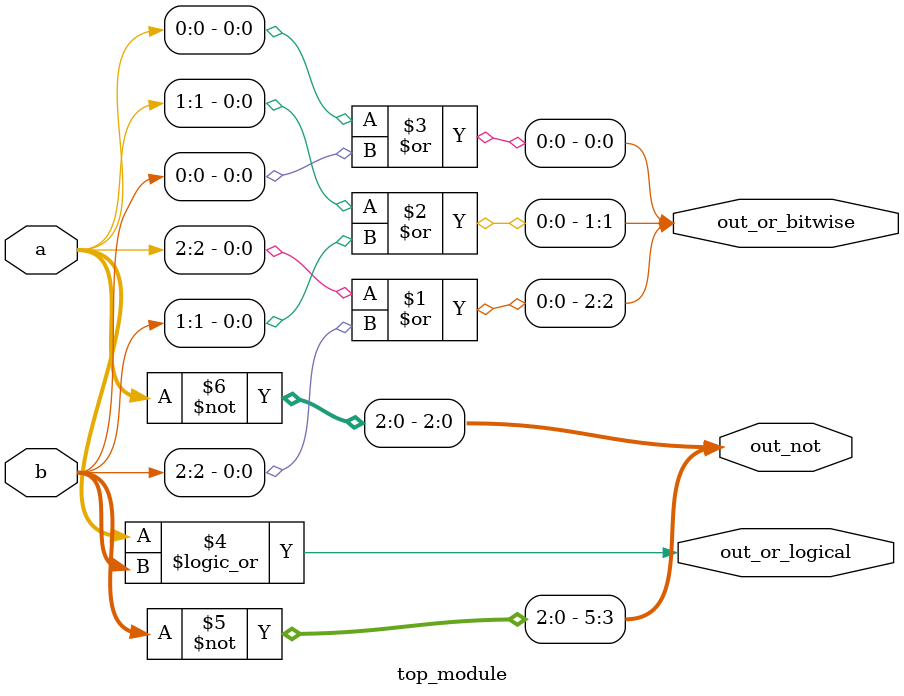
<source format=v>
module top_module( 
    input [2:0] a,
    input [2:0] b,
    output [2:0] out_or_bitwise,
    output out_or_logical,
    output [5:0] out_not
);
    assign out_or_bitwise[2] = a[2]|b[2];
    assign out_or_bitwise[1] = a[1]|b[1];
    assign out_or_bitwise[0] = a[0]|b[0];
    assign out_or_logical = a||b;
    assign out_not[5:3] = ~b;
    assign out_not[2:0] = ~a;
endmodule

</source>
